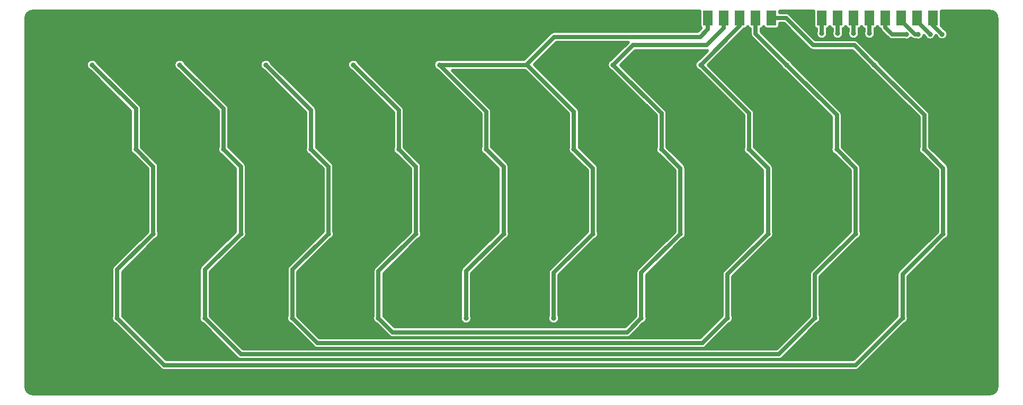
<source format=gbr>
G04 GENERATED BY PULSONIX 12.5 GERBER.DLL 9449*
G04 #@! TF.GenerationSoftware,Pulsonix,Pulsonix,12.5.9449*
G04 #@! TF.CreationDate,2024-10-25T19:42:57--1:00*
G04 #@! TF.Part,Single*
%FSLAX35Y35*%
%LPD*%
%MOMM*%
G04 #@! TF.FileFunction,Copper,L2,Bot*
G04 #@! TF.FilePolarity,Positive*
G04 #@! TA.AperFunction,OtherCopper,Copper*
%ADD10C,0.50000*%
G04 #@! TA.AperFunction,ViaPad*
%ADD12C,0.80000*%
G04 #@! TA.AperFunction,Conductor*
%ADD13C,0.63500*%
G04 #@! TA.AperFunction,ViaPad*
%ADD86C,0.70000*%
G04 #@! TA.AperFunction,SMDPad,CuDef*
%ADD110R,1.50000X2.40000*%
G04 #@! TD.AperFunction*
X0Y0D02*
D02*
D10*
X815800Y6650000D02*
Y750000D01*
G75*
G03*
X925000Y640800I109200J0D01*
G01*
X16225000D01*
G75*
G03*
X16334200Y750000I0J109200D01*
G01*
Y6650000D01*
G75*
G03*
X16225000Y6759200I-109200J0D01*
G01*
X15444000D01*
Y6530000D01*
G75*
G02*
X15443985Y6528699I-55000J-16D01*
G01*
X15491962Y6480722D01*
G75*
G02*
X15553000Y6392000I-33962J-88722D01*
G01*
G75*
G02*
X15369278Y6358038I-95000J0D01*
G01*
X15358602Y6368714D01*
G75*
G02*
X15177778Y6358038I-92102J23286D01*
G01*
X15167897Y6367919D01*
G75*
G02*
X15037277Y6305250I-91897J24081D01*
G01*
X15021471D01*
G75*
G02*
X14959783Y6330658I-346J86750D01*
G01*
X14959562Y6330879D01*
G75*
G02*
X14846777Y6303625I-74062J59496D01*
G01*
X14657971D01*
G75*
G02*
X14596283Y6329033I-346J86750D01*
G01*
X14490658Y6434658D01*
G75*
G02*
X14467633Y6475804I61342J61342D01*
G01*
G75*
G02*
X14425000Y6512084I9367J54196D01*
G01*
G75*
G02*
X14384750Y6476270I-52000J17916D01*
G01*
Y6444973D01*
G75*
G02*
X14393000Y6406250I-86750J-38723D01*
G01*
G75*
G02*
X14203000I-95000J0D01*
G01*
G75*
G02*
X14211250Y6444973I95000J0D01*
G01*
Y6476270D01*
G75*
G02*
X14171000Y6512084I11750J53730D01*
G01*
G75*
G02*
X14130750Y6476270I-52000J17916D01*
G01*
Y6444973D01*
G75*
G02*
X14139000Y6406250I-86750J-38723D01*
G01*
G75*
G02*
X13949000I-95000J0D01*
G01*
G75*
G02*
X13957250Y6444973I95000J0D01*
G01*
Y6476270D01*
G75*
G02*
X13917000Y6512084I11750J53730D01*
G01*
G75*
G02*
X13876750Y6476270I-52000J17916D01*
G01*
Y6444973D01*
G75*
G02*
X13885000Y6406250I-86750J-38723D01*
G01*
G75*
G02*
X13695000I-95000J0D01*
G01*
G75*
G02*
X13703250Y6444973I95000J0D01*
G01*
Y6476270D01*
G75*
G02*
X13663000Y6512084I11750J53730D01*
G01*
G75*
G02*
X13622750Y6476270I-52000J17916D01*
G01*
Y6444723D01*
G75*
G02*
X13631000Y6406000I-86750J-38723D01*
G01*
G75*
G02*
X13441000I-95000J0D01*
G01*
G75*
G02*
X13449250Y6444723I95000J0D01*
G01*
Y6476270D01*
G75*
G02*
X13406000Y6530000I11750J53730D01*
G01*
Y6759200D01*
X12863000D01*
Y6736750D01*
X12965404D01*
G75*
G02*
X13027092Y6711342I346J-86750D01*
G01*
X13435934Y6302500D01*
X14058904D01*
G75*
G02*
X14120592Y6277092I346J-86750D01*
G01*
X14408962Y5988722D01*
G75*
G02*
X14463722Y5933962I-33962J-88722D01*
G01*
X15236342Y5161342D01*
G75*
G02*
X15261750Y5099654I-61342J-61342D01*
G01*
Y4588723D01*
G75*
G02*
X15263722Y4583962I-86751J-38721D01*
G01*
X15536342Y4311342D01*
G75*
G02*
X15561750Y4249654I-61342J-61342D01*
G01*
Y3238723D01*
G75*
G02*
X15508962Y3111278I-86750J-38723D01*
G01*
X14911750Y2514066D01*
Y1888723D01*
G75*
G02*
X14858962Y1761278I-86750J-38723D01*
G01*
X14136342Y1038658D01*
G75*
G02*
X14074654Y1013250I-61342J61342D01*
G01*
X3025346D01*
G75*
G02*
X2963658Y1038658I-346J86750D01*
G01*
X2241038Y1761278D01*
G75*
G02*
X2188250Y1888723I33962J88722D01*
G01*
Y2624654D01*
G75*
G02*
X2213658Y2686342I86750J346D01*
G01*
X2761278Y3233962D01*
G75*
G02*
X2763250Y3238723I88723J-33960D01*
G01*
Y4239066D01*
X2541038Y4461278D01*
G75*
G02*
X2488250Y4588723I33962J88722D01*
G01*
Y5164066D01*
X1841038Y5811278D01*
G75*
G02*
X1780000Y5900000I33962J88722D01*
G01*
G75*
G02*
X1963722Y5933962I95000J0D01*
G01*
X2636342Y5261342D01*
G75*
G02*
X2661750Y5199654I-61342J-61342D01*
G01*
Y4588723D01*
G75*
G02*
X2663722Y4583962I-86751J-38721D01*
G01*
X2911342Y4336342D01*
G75*
G02*
X2936750Y4274654I-61342J-61342D01*
G01*
Y3238723D01*
G75*
G02*
X2883962Y3111278I-86750J-38723D01*
G01*
X2361750Y2589066D01*
Y1888723D01*
G75*
G02*
X2363722Y1883962I-86751J-38721D01*
G01*
X3060934Y1186750D01*
X14039066D01*
X14736278Y1883962D01*
G75*
G02*
X14738250Y1888723I88723J-33960D01*
G01*
Y2549654D01*
G75*
G02*
X14763658Y2611342I86750J346D01*
G01*
X15386278Y3233962D01*
G75*
G02*
X15388250Y3238723I88723J-33960D01*
G01*
Y4214066D01*
X15141038Y4461278D01*
G75*
G02*
X15088250Y4588723I33962J88722D01*
G01*
Y5064066D01*
X14341038Y5811278D01*
G75*
G02*
X14286278Y5866038I33962J88722D01*
G01*
X14023316Y6129000D01*
X13400346D01*
G75*
G02*
X13338658Y6154408I-346J86750D01*
G01*
X12929816Y6563250D01*
X12863000D01*
Y6530000D01*
G75*
G02*
X12808000Y6475000I-55000J0D01*
G01*
X12658000D01*
G75*
G02*
X12606000Y6512084I0J55000D01*
G01*
G75*
G02*
X12565750Y6476270I-52000J17916D01*
G01*
Y6431934D01*
X13008962Y5988722D01*
G75*
G02*
X13063722Y5933962I-33962J-88722D01*
G01*
X13836342Y5161342D01*
G75*
G02*
X13861750Y5099654I-61342J-61342D01*
G01*
Y4588723D01*
G75*
G02*
X13863722Y4583962I-86751J-38721D01*
G01*
X14136342Y4311342D01*
G75*
G02*
X14161750Y4249654I-61342J-61342D01*
G01*
Y3238723D01*
G75*
G02*
X14108962Y3111278I-86750J-38723D01*
G01*
X13511750Y2514066D01*
Y1888723D01*
G75*
G02*
X13458962Y1761278I-86750J-38723D01*
G01*
X12911342Y1213658D01*
G75*
G02*
X12849654Y1188250I-61342J61342D01*
G01*
X4250346D01*
G75*
G02*
X4188658Y1213658I-346J86750D01*
G01*
X3641038Y1761278D01*
G75*
G02*
X3588250Y1888723I33962J88722D01*
G01*
Y2624654D01*
G75*
G02*
X3613658Y2686342I86750J346D01*
G01*
X4161278Y3233962D01*
G75*
G02*
X4163250Y3238723I88723J-33960D01*
G01*
Y4239066D01*
X3941038Y4461278D01*
G75*
G02*
X3888250Y4588723I33962J88722D01*
G01*
Y5164066D01*
X3241038Y5811278D01*
G75*
G02*
X3180000Y5900000I33962J88722D01*
G01*
G75*
G02*
X3363722Y5933962I95000J0D01*
G01*
X4036342Y5261342D01*
G75*
G02*
X4061750Y5199654I-61342J-61342D01*
G01*
Y4588723D01*
G75*
G02*
X4063722Y4583962I-86751J-38721D01*
G01*
X4311342Y4336342D01*
G75*
G02*
X4336750Y4274654I-61342J-61342D01*
G01*
Y3238723D01*
G75*
G02*
X4283962Y3111278I-86750J-38723D01*
G01*
X3761750Y2589066D01*
Y1888723D01*
G75*
G02*
X3763722Y1883962I-86751J-38721D01*
G01*
X4285934Y1361750D01*
X12814066D01*
X13336278Y1883962D01*
G75*
G02*
X13338250Y1888723I88723J-33960D01*
G01*
Y2549654D01*
G75*
G02*
X13363658Y2611342I86750J346D01*
G01*
X13986278Y3233962D01*
G75*
G02*
X13988250Y3238723I88723J-33960D01*
G01*
Y4214066D01*
X13741038Y4461278D01*
G75*
G02*
X13688250Y4588723I33962J88722D01*
G01*
Y5064066D01*
X12941038Y5811278D01*
G75*
G02*
X12886278Y5866038I33962J88722D01*
G01*
X12417658Y6334658D01*
G75*
G02*
X12392250Y6396346I61342J61342D01*
G01*
Y6476270D01*
G75*
G02*
X12352000Y6512084I11750J53730D01*
G01*
G75*
G02*
X12300000Y6475000I-52000J17916D01*
G01*
X12295892D01*
G75*
G02*
X12286342Y6463658I-70892J50000D01*
G01*
X11722684Y5900000D01*
X12436342Y5186342D01*
G75*
G02*
X12461750Y5124654I-61342J-61342D01*
G01*
Y4588723D01*
G75*
G02*
X12463722Y4583962I-86751J-38721D01*
G01*
X12736342Y4311342D01*
G75*
G02*
X12761750Y4249654I-61342J-61342D01*
G01*
Y3238723D01*
G75*
G02*
X12708962Y3111278I-86750J-38723D01*
G01*
X12111750Y2514066D01*
Y1888723D01*
G75*
G02*
X12058962Y1761278I-86750J-38723D01*
G01*
X11686342Y1388658D01*
G75*
G02*
X11624654Y1363250I-61342J61342D01*
G01*
X5475346D01*
G75*
G02*
X5413658Y1388658I-346J86750D01*
G01*
X5041038Y1761278D01*
G75*
G02*
X4988250Y1888723I33962J88722D01*
G01*
Y2624654D01*
G75*
G02*
X5013658Y2686342I86750J346D01*
G01*
X5561278Y3233962D01*
G75*
G02*
X5563250Y3238723I88723J-33960D01*
G01*
Y4239066D01*
X5341038Y4461278D01*
G75*
G02*
X5288250Y4588723I33962J88722D01*
G01*
Y5139066D01*
X4616038Y5811278D01*
G75*
G02*
X4555000Y5900000I33962J88722D01*
G01*
G75*
G02*
X4738722Y5933962I95000J0D01*
G01*
X5436342Y5236342D01*
G75*
G02*
X5461750Y5174654I-61342J-61342D01*
G01*
Y4588723D01*
G75*
G02*
X5463722Y4583962I-86751J-38721D01*
G01*
X5711342Y4336342D01*
G75*
G02*
X5736750Y4274654I-61342J-61342D01*
G01*
Y3238723D01*
G75*
G02*
X5683962Y3111278I-86750J-38723D01*
G01*
X5161750Y2589066D01*
Y1888723D01*
G75*
G02*
X5163722Y1883962I-86751J-38721D01*
G01*
X5510934Y1536750D01*
X11589066D01*
X11936278Y1883962D01*
G75*
G02*
X11938250Y1888723I88723J-33960D01*
G01*
Y2549654D01*
G75*
G02*
X11963658Y2611342I86750J346D01*
G01*
X12586278Y3233962D01*
G75*
G02*
X12588250Y3238723I88723J-33960D01*
G01*
Y4214066D01*
X12341038Y4461278D01*
G75*
G02*
X12288250Y4588723I33962J88722D01*
G01*
Y5089066D01*
X11566038Y5811278D01*
G75*
G02*
Y5988722I33962J88722D01*
G01*
X11706564Y6129248D01*
G75*
G02*
X11699654Y6129000I-6564J86502D01*
G01*
X10551684D01*
X10322684Y5900000D01*
X11036342Y5186342D01*
G75*
G02*
X11061750Y5124654I-61342J-61342D01*
G01*
Y4588723D01*
G75*
G02*
X11063722Y4583962I-86751J-38721D01*
G01*
X11336342Y4311342D01*
G75*
G02*
X11361750Y4249654I-61342J-61342D01*
G01*
Y3238723D01*
G75*
G02*
X11308962Y3111278I-86750J-38723D01*
G01*
X10736750Y2539066D01*
Y1888723D01*
G75*
G02*
X10683962Y1761278I-86750J-38723D01*
G01*
X10486342Y1563658D01*
G75*
G02*
X10424654Y1538250I-61342J61342D01*
G01*
X6675346D01*
G75*
G02*
X6613658Y1563658I-346J86750D01*
G01*
X6416038Y1761278D01*
G75*
G02*
X6363250Y1888723I33962J88722D01*
G01*
Y2599654D01*
G75*
G02*
X6388658Y2661342I86750J346D01*
G01*
X6961278Y3233962D01*
G75*
G02*
X6963250Y3238723I88723J-33960D01*
G01*
Y4239066D01*
X6741038Y4461278D01*
G75*
G02*
X6688250Y4588723I33962J88722D01*
G01*
Y5139066D01*
X6016038Y5811278D01*
G75*
G02*
X5955000Y5900000I33962J88722D01*
G01*
G75*
G02*
X6138722Y5933962I95000J0D01*
G01*
X6836342Y5236342D01*
G75*
G02*
X6861750Y5174654I-61342J-61342D01*
G01*
Y4588723D01*
G75*
G02*
X6863722Y4583962I-86751J-38721D01*
G01*
X7111342Y4336342D01*
G75*
G02*
X7136750Y4274654I-61342J-61342D01*
G01*
Y3238723D01*
G75*
G02*
X7083962Y3111278I-86750J-38723D01*
G01*
X6536750Y2564066D01*
Y1888723D01*
G75*
G02*
X6538722Y1883962I-86751J-38721D01*
G01*
X6710934Y1711750D01*
X10389066D01*
X10561278Y1883962D01*
G75*
G02*
X10563250Y1888723I88723J-33960D01*
G01*
Y2574654D01*
G75*
G02*
X10588658Y2636342I86750J346D01*
G01*
X11186278Y3233962D01*
G75*
G02*
X11188250Y3238723I88723J-33960D01*
G01*
Y4214066D01*
X10941038Y4461278D01*
G75*
G02*
X10888250Y4588723I33962J88722D01*
G01*
Y5089066D01*
X10166038Y5811278D01*
G75*
G02*
Y5988722I33962J88722D01*
G01*
X10440566Y6263250D01*
X9296434D01*
X8940434Y5907250D01*
X9636342Y5211342D01*
G75*
G02*
X9661750Y5149654I-61342J-61342D01*
G01*
Y4588723D01*
G75*
G02*
X9663722Y4583962I-86751J-38721D01*
G01*
X9936342Y4311342D01*
G75*
G02*
X9961750Y4249654I-61342J-61342D01*
G01*
Y3238723D01*
G75*
G02*
X9908962Y3111278I-86750J-38723D01*
G01*
X9336750Y2539066D01*
Y1888723D01*
G75*
G02*
X9345000Y1850000I-86750J-38723D01*
G01*
G75*
G02*
X9155000I-95000J0D01*
G01*
G75*
G02*
X9163250Y1888723I95000J0D01*
G01*
Y2574654D01*
G75*
G02*
X9188658Y2636342I86750J346D01*
G01*
X9786278Y3233962D01*
G75*
G02*
X9788250Y3238723I88723J-33960D01*
G01*
Y4214066D01*
X9541038Y4461278D01*
G75*
G02*
X9488250Y4588723I33962J88722D01*
G01*
Y5114066D01*
X8791038Y5811278D01*
G75*
G02*
X8786277Y5813250I33960J88723D01*
G01*
X7634434D01*
X8236342Y5211342D01*
G75*
G02*
X8261750Y5149654I-61342J-61342D01*
G01*
Y4588723D01*
G75*
G02*
X8263722Y4583962I-86751J-38721D01*
G01*
X8511342Y4336342D01*
G75*
G02*
X8536750Y4274654I-61342J-61342D01*
G01*
Y3238723D01*
G75*
G02*
X8483962Y3111278I-86750J-38723D01*
G01*
X7936750Y2564066D01*
Y1888723D01*
G75*
G02*
X7945000Y1850000I-86750J-38723D01*
G01*
G75*
G02*
X7755000I-95000J0D01*
G01*
G75*
G02*
X7763250Y1888723I95000J0D01*
G01*
Y2599654D01*
G75*
G02*
X7788658Y2661342I86750J346D01*
G01*
X8361278Y3233962D01*
G75*
G02*
X8363250Y3238723I88723J-33960D01*
G01*
Y4239066D01*
X8141038Y4461278D01*
G75*
G02*
X8088250Y4588723I33962J88722D01*
G01*
Y5114066D01*
X7391038Y5811278D01*
G75*
G02*
X7330000Y5900000I33962J88722D01*
G01*
G75*
G02*
X7463723Y5986750I95000J0D01*
G01*
X8774566D01*
X9199158Y6411342D01*
G75*
G02*
X9260846Y6436750I61342J-61342D01*
G01*
X11556066D01*
X11606940Y6487624D01*
G75*
G02*
X11587000Y6530000I35060J42377D01*
G01*
Y6759200D01*
X925000D01*
G75*
G03*
X815800Y6650000I0J-109200D01*
G01*
G36*
X815800Y6650000D02*
Y750000D01*
G75*
G03*
X925000Y640800I109200J0D01*
G01*
X16225000D01*
G75*
G03*
X16334200Y750000I0J109200D01*
G01*
Y6650000D01*
G75*
G03*
X16225000Y6759200I-109200J0D01*
G01*
X15444000D01*
Y6530000D01*
G75*
G02*
X15443985Y6528699I-55000J-16D01*
G01*
X15491962Y6480722D01*
G75*
G02*
X15553000Y6392000I-33962J-88722D01*
G01*
G75*
G02*
X15369278Y6358038I-95000J0D01*
G01*
X15358602Y6368714D01*
G75*
G02*
X15177778Y6358038I-92102J23286D01*
G01*
X15167897Y6367919D01*
G75*
G02*
X15037277Y6305250I-91897J24081D01*
G01*
X15021471D01*
G75*
G02*
X14959783Y6330658I-346J86750D01*
G01*
X14959562Y6330879D01*
G75*
G02*
X14846777Y6303625I-74062J59496D01*
G01*
X14657971D01*
G75*
G02*
X14596283Y6329033I-346J86750D01*
G01*
X14490658Y6434658D01*
G75*
G02*
X14467633Y6475804I61342J61342D01*
G01*
G75*
G02*
X14425000Y6512084I9367J54196D01*
G01*
G75*
G02*
X14384750Y6476270I-52000J17916D01*
G01*
Y6444973D01*
G75*
G02*
X14393000Y6406250I-86750J-38723D01*
G01*
G75*
G02*
X14203000I-95000J0D01*
G01*
G75*
G02*
X14211250Y6444973I95000J0D01*
G01*
Y6476270D01*
G75*
G02*
X14171000Y6512084I11750J53730D01*
G01*
G75*
G02*
X14130750Y6476270I-52000J17916D01*
G01*
Y6444973D01*
G75*
G02*
X14139000Y6406250I-86750J-38723D01*
G01*
G75*
G02*
X13949000I-95000J0D01*
G01*
G75*
G02*
X13957250Y6444973I95000J0D01*
G01*
Y6476270D01*
G75*
G02*
X13917000Y6512084I11750J53730D01*
G01*
G75*
G02*
X13876750Y6476270I-52000J17916D01*
G01*
Y6444973D01*
G75*
G02*
X13885000Y6406250I-86750J-38723D01*
G01*
G75*
G02*
X13695000I-95000J0D01*
G01*
G75*
G02*
X13703250Y6444973I95000J0D01*
G01*
Y6476270D01*
G75*
G02*
X13663000Y6512084I11750J53730D01*
G01*
G75*
G02*
X13622750Y6476270I-52000J17916D01*
G01*
Y6444723D01*
G75*
G02*
X13631000Y6406000I-86750J-38723D01*
G01*
G75*
G02*
X13441000I-95000J0D01*
G01*
G75*
G02*
X13449250Y6444723I95000J0D01*
G01*
Y6476270D01*
G75*
G02*
X13406000Y6530000I11750J53730D01*
G01*
Y6759200D01*
X12863000D01*
Y6736750D01*
X12965404D01*
G75*
G02*
X13027092Y6711342I346J-86750D01*
G01*
X13435934Y6302500D01*
X14058904D01*
G75*
G02*
X14120592Y6277092I346J-86750D01*
G01*
X14408962Y5988722D01*
G75*
G02*
X14463722Y5933962I-33962J-88722D01*
G01*
X15236342Y5161342D01*
G75*
G02*
X15261750Y5099654I-61342J-61342D01*
G01*
Y4588723D01*
G75*
G02*
X15263722Y4583962I-86751J-38721D01*
G01*
X15536342Y4311342D01*
G75*
G02*
X15561750Y4249654I-61342J-61342D01*
G01*
Y3238723D01*
G75*
G02*
X15508962Y3111278I-86750J-38723D01*
G01*
X14911750Y2514066D01*
Y1888723D01*
G75*
G02*
X14858962Y1761278I-86750J-38723D01*
G01*
X14136342Y1038658D01*
G75*
G02*
X14074654Y1013250I-61342J61342D01*
G01*
X3025346D01*
G75*
G02*
X2963658Y1038658I-346J86750D01*
G01*
X2241038Y1761278D01*
G75*
G02*
X2188250Y1888723I33962J88722D01*
G01*
Y2624654D01*
G75*
G02*
X2213658Y2686342I86750J346D01*
G01*
X2761278Y3233962D01*
G75*
G02*
X2763250Y3238723I88723J-33960D01*
G01*
Y4239066D01*
X2541038Y4461278D01*
G75*
G02*
X2488250Y4588723I33962J88722D01*
G01*
Y5164066D01*
X1841038Y5811278D01*
G75*
G02*
X1780000Y5900000I33962J88722D01*
G01*
G75*
G02*
X1963722Y5933962I95000J0D01*
G01*
X2636342Y5261342D01*
G75*
G02*
X2661750Y5199654I-61342J-61342D01*
G01*
Y4588723D01*
G75*
G02*
X2663722Y4583962I-86751J-38721D01*
G01*
X2911342Y4336342D01*
G75*
G02*
X2936750Y4274654I-61342J-61342D01*
G01*
Y3238723D01*
G75*
G02*
X2883962Y3111278I-86750J-38723D01*
G01*
X2361750Y2589066D01*
Y1888723D01*
G75*
G02*
X2363722Y1883962I-86751J-38721D01*
G01*
X3060934Y1186750D01*
X14039066D01*
X14736278Y1883962D01*
G75*
G02*
X14738250Y1888723I88723J-33960D01*
G01*
Y2549654D01*
G75*
G02*
X14763658Y2611342I86750J346D01*
G01*
X15386278Y3233962D01*
G75*
G02*
X15388250Y3238723I88723J-33960D01*
G01*
Y4214066D01*
X15141038Y4461278D01*
G75*
G02*
X15088250Y4588723I33962J88722D01*
G01*
Y5064066D01*
X14341038Y5811278D01*
G75*
G02*
X14286278Y5866038I33962J88722D01*
G01*
X14023316Y6129000D01*
X13400346D01*
G75*
G02*
X13338658Y6154408I-346J86750D01*
G01*
X12929816Y6563250D01*
X12863000D01*
Y6530000D01*
G75*
G02*
X12808000Y6475000I-55000J0D01*
G01*
X12658000D01*
G75*
G02*
X12606000Y6512084I0J55000D01*
G01*
G75*
G02*
X12565750Y6476270I-52000J17916D01*
G01*
Y6431934D01*
X13008962Y5988722D01*
G75*
G02*
X13063722Y5933962I-33962J-88722D01*
G01*
X13836342Y5161342D01*
G75*
G02*
X13861750Y5099654I-61342J-61342D01*
G01*
Y4588723D01*
G75*
G02*
X13863722Y4583962I-86751J-38721D01*
G01*
X14136342Y4311342D01*
G75*
G02*
X14161750Y4249654I-61342J-61342D01*
G01*
Y3238723D01*
G75*
G02*
X14108962Y3111278I-86750J-38723D01*
G01*
X13511750Y2514066D01*
Y1888723D01*
G75*
G02*
X13458962Y1761278I-86750J-38723D01*
G01*
X12911342Y1213658D01*
G75*
G02*
X12849654Y1188250I-61342J61342D01*
G01*
X4250346D01*
G75*
G02*
X4188658Y1213658I-346J86750D01*
G01*
X3641038Y1761278D01*
G75*
G02*
X3588250Y1888723I33962J88722D01*
G01*
Y2624654D01*
G75*
G02*
X3613658Y2686342I86750J346D01*
G01*
X4161278Y3233962D01*
G75*
G02*
X4163250Y3238723I88723J-33960D01*
G01*
Y4239066D01*
X3941038Y4461278D01*
G75*
G02*
X3888250Y4588723I33962J88722D01*
G01*
Y5164066D01*
X3241038Y5811278D01*
G75*
G02*
X3180000Y5900000I33962J88722D01*
G01*
G75*
G02*
X3363722Y5933962I95000J0D01*
G01*
X4036342Y5261342D01*
G75*
G02*
X4061750Y5199654I-61342J-61342D01*
G01*
Y4588723D01*
G75*
G02*
X4063722Y4583962I-86751J-38721D01*
G01*
X4311342Y4336342D01*
G75*
G02*
X4336750Y4274654I-61342J-61342D01*
G01*
Y3238723D01*
G75*
G02*
X4283962Y3111278I-86750J-38723D01*
G01*
X3761750Y2589066D01*
Y1888723D01*
G75*
G02*
X3763722Y1883962I-86751J-38721D01*
G01*
X4285934Y1361750D01*
X12814066D01*
X13336278Y1883962D01*
G75*
G02*
X13338250Y1888723I88723J-33960D01*
G01*
Y2549654D01*
G75*
G02*
X13363658Y2611342I86750J346D01*
G01*
X13986278Y3233962D01*
G75*
G02*
X13988250Y3238723I88723J-33960D01*
G01*
Y4214066D01*
X13741038Y4461278D01*
G75*
G02*
X13688250Y4588723I33962J88722D01*
G01*
Y5064066D01*
X12941038Y5811278D01*
G75*
G02*
X12886278Y5866038I33962J88722D01*
G01*
X12417658Y6334658D01*
G75*
G02*
X12392250Y6396346I61342J61342D01*
G01*
Y6476270D01*
G75*
G02*
X12352000Y6512084I11750J53730D01*
G01*
G75*
G02*
X12300000Y6475000I-52000J17916D01*
G01*
X12295892D01*
G75*
G02*
X12286342Y6463658I-70892J50000D01*
G01*
X11722684Y5900000D01*
X12436342Y5186342D01*
G75*
G02*
X12461750Y5124654I-61342J-61342D01*
G01*
Y4588723D01*
G75*
G02*
X12463722Y4583962I-86751J-38721D01*
G01*
X12736342Y4311342D01*
G75*
G02*
X12761750Y4249654I-61342J-61342D01*
G01*
Y3238723D01*
G75*
G02*
X12708962Y3111278I-86750J-38723D01*
G01*
X12111750Y2514066D01*
Y1888723D01*
G75*
G02*
X12058962Y1761278I-86750J-38723D01*
G01*
X11686342Y1388658D01*
G75*
G02*
X11624654Y1363250I-61342J61342D01*
G01*
X5475346D01*
G75*
G02*
X5413658Y1388658I-346J86750D01*
G01*
X5041038Y1761278D01*
G75*
G02*
X4988250Y1888723I33962J88722D01*
G01*
Y2624654D01*
G75*
G02*
X5013658Y2686342I86750J346D01*
G01*
X5561278Y3233962D01*
G75*
G02*
X5563250Y3238723I88723J-33960D01*
G01*
Y4239066D01*
X5341038Y4461278D01*
G75*
G02*
X5288250Y4588723I33962J88722D01*
G01*
Y5139066D01*
X4616038Y5811278D01*
G75*
G02*
X4555000Y5900000I33962J88722D01*
G01*
G75*
G02*
X4738722Y5933962I95000J0D01*
G01*
X5436342Y5236342D01*
G75*
G02*
X5461750Y5174654I-61342J-61342D01*
G01*
Y4588723D01*
G75*
G02*
X5463722Y4583962I-86751J-38721D01*
G01*
X5711342Y4336342D01*
G75*
G02*
X5736750Y4274654I-61342J-61342D01*
G01*
Y3238723D01*
G75*
G02*
X5683962Y3111278I-86750J-38723D01*
G01*
X5161750Y2589066D01*
Y1888723D01*
G75*
G02*
X5163722Y1883962I-86751J-38721D01*
G01*
X5510934Y1536750D01*
X11589066D01*
X11936278Y1883962D01*
G75*
G02*
X11938250Y1888723I88723J-33960D01*
G01*
Y2549654D01*
G75*
G02*
X11963658Y2611342I86750J346D01*
G01*
X12586278Y3233962D01*
G75*
G02*
X12588250Y3238723I88723J-33960D01*
G01*
Y4214066D01*
X12341038Y4461278D01*
G75*
G02*
X12288250Y4588723I33962J88722D01*
G01*
Y5089066D01*
X11566038Y5811278D01*
G75*
G02*
Y5988722I33962J88722D01*
G01*
X11706564Y6129248D01*
G75*
G02*
X11699654Y6129000I-6564J86502D01*
G01*
X10551684D01*
X10322684Y5900000D01*
X11036342Y5186342D01*
G75*
G02*
X11061750Y5124654I-61342J-61342D01*
G01*
Y4588723D01*
G75*
G02*
X11063722Y4583962I-86751J-38721D01*
G01*
X11336342Y4311342D01*
G75*
G02*
X11361750Y4249654I-61342J-61342D01*
G01*
Y3238723D01*
G75*
G02*
X11308962Y3111278I-86750J-38723D01*
G01*
X10736750Y2539066D01*
Y1888723D01*
G75*
G02*
X10683962Y1761278I-86750J-38723D01*
G01*
X10486342Y1563658D01*
G75*
G02*
X10424654Y1538250I-61342J61342D01*
G01*
X6675346D01*
G75*
G02*
X6613658Y1563658I-346J86750D01*
G01*
X6416038Y1761278D01*
G75*
G02*
X6363250Y1888723I33962J88722D01*
G01*
Y2599654D01*
G75*
G02*
X6388658Y2661342I86750J346D01*
G01*
X6961278Y3233962D01*
G75*
G02*
X6963250Y3238723I88723J-33960D01*
G01*
Y4239066D01*
X6741038Y4461278D01*
G75*
G02*
X6688250Y4588723I33962J88722D01*
G01*
Y5139066D01*
X6016038Y5811278D01*
G75*
G02*
X5955000Y5900000I33962J88722D01*
G01*
G75*
G02*
X6138722Y5933962I95000J0D01*
G01*
X6836342Y5236342D01*
G75*
G02*
X6861750Y5174654I-61342J-61342D01*
G01*
Y4588723D01*
G75*
G02*
X6863722Y4583962I-86751J-38721D01*
G01*
X7111342Y4336342D01*
G75*
G02*
X7136750Y4274654I-61342J-61342D01*
G01*
Y3238723D01*
G75*
G02*
X7083962Y3111278I-86750J-38723D01*
G01*
X6536750Y2564066D01*
Y1888723D01*
G75*
G02*
X6538722Y1883962I-86751J-38721D01*
G01*
X6710934Y1711750D01*
X10389066D01*
X10561278Y1883962D01*
G75*
G02*
X10563250Y1888723I88723J-33960D01*
G01*
Y2574654D01*
G75*
G02*
X10588658Y2636342I86750J346D01*
G01*
X11186278Y3233962D01*
G75*
G02*
X11188250Y3238723I88723J-33960D01*
G01*
Y4214066D01*
X10941038Y4461278D01*
G75*
G02*
X10888250Y4588723I33962J88722D01*
G01*
Y5089066D01*
X10166038Y5811278D01*
G75*
G02*
Y5988722I33962J88722D01*
G01*
X10440566Y6263250D01*
X9296434D01*
X8940434Y5907250D01*
X9636342Y5211342D01*
G75*
G02*
X9661750Y5149654I-61342J-61342D01*
G01*
Y4588723D01*
G75*
G02*
X9663722Y4583962I-86751J-38721D01*
G01*
X9936342Y4311342D01*
G75*
G02*
X9961750Y4249654I-61342J-61342D01*
G01*
Y3238723D01*
G75*
G02*
X9908962Y3111278I-86750J-38723D01*
G01*
X9336750Y2539066D01*
Y1888723D01*
G75*
G02*
X9345000Y1850000I-86750J-38723D01*
G01*
G75*
G02*
X9155000I-95000J0D01*
G01*
G75*
G02*
X9163250Y1888723I95000J0D01*
G01*
Y2574654D01*
G75*
G02*
X9188658Y2636342I86750J346D01*
G01*
X9786278Y3233962D01*
G75*
G02*
X9788250Y3238723I88723J-33960D01*
G01*
Y4214066D01*
X9541038Y4461278D01*
G75*
G02*
X9488250Y4588723I33962J88722D01*
G01*
Y5114066D01*
X8791038Y5811278D01*
G75*
G02*
X8786277Y5813250I33960J88723D01*
G01*
X7634434D01*
X8236342Y5211342D01*
G75*
G02*
X8261750Y5149654I-61342J-61342D01*
G01*
Y4588723D01*
G75*
G02*
X8263722Y4583962I-86751J-38721D01*
G01*
X8511342Y4336342D01*
G75*
G02*
X8536750Y4274654I-61342J-61342D01*
G01*
Y3238723D01*
G75*
G02*
X8483962Y3111278I-86750J-38723D01*
G01*
X7936750Y2564066D01*
Y1888723D01*
G75*
G02*
X7945000Y1850000I-86750J-38723D01*
G01*
G75*
G02*
X7755000I-95000J0D01*
G01*
G75*
G02*
X7763250Y1888723I95000J0D01*
G01*
Y2599654D01*
G75*
G02*
X7788658Y2661342I86750J346D01*
G01*
X8361278Y3233962D01*
G75*
G02*
X8363250Y3238723I88723J-33960D01*
G01*
Y4239066D01*
X8141038Y4461278D01*
G75*
G02*
X8088250Y4588723I33962J88722D01*
G01*
Y5114066D01*
X7391038Y5811278D01*
G75*
G02*
X7330000Y5900000I33962J88722D01*
G01*
G75*
G02*
X7463723Y5986750I95000J0D01*
G01*
X8774566D01*
X9199158Y6411342D01*
G75*
G02*
X9260846Y6436750I61342J-61342D01*
G01*
X11556066D01*
X11606940Y6487624D01*
G75*
G02*
X11587000Y6530000I35060J42377D01*
G01*
Y6759200D01*
X925000D01*
G75*
G03*
X815800Y6650000I0J-109200D01*
G01*
G37*
D02*
D12*
X1875000Y5900000D03*
X2275000Y1850000D03*
X2575000Y4550000D03*
X2850000Y3200000D03*
X3275000Y5900000D03*
X3675000Y1850000D03*
X3975000Y4550000D03*
X4250000Y3200000D03*
X4650000Y5900000D03*
X5075000Y1850000D03*
X5375000Y4550000D03*
X5650000Y3200000D03*
X6050000Y5900000D03*
X6450000Y1850000D03*
X6775000Y4550000D03*
X7050000Y3200000D03*
X7425000Y5900000D03*
X7850000Y1850000D03*
X8175000Y4550000D03*
X8450000Y3200000D03*
X8825000Y5900000D03*
X9250000Y1850000D03*
X9575000Y4550000D03*
X9875000Y3200000D03*
X10200000Y5900000D03*
X10650000Y1850000D03*
X10975000Y4550000D03*
X11275000Y3200000D03*
X11600000Y5900000D03*
X12025000Y1850000D03*
X12375000Y4550000D03*
X12675000Y3200000D03*
X12975000Y5900000D03*
X13425000Y1850000D03*
X13536000Y6406000D03*
X13775000Y4550000D03*
X13790000Y6406250D03*
X14044000D03*
X14075000Y3200000D03*
X14298000Y6406250D03*
X14375000Y5900000D03*
X14825000Y1850000D03*
X14885500Y6390375D03*
X15076000Y6392000D03*
X15175000Y4550000D03*
X15266500Y6392000D03*
X15458000D03*
X15475000Y3200000D03*
D02*
D13*
X2275000Y1850000D02*
Y2625000D01*
X2850000Y3200000D01*
X2575000Y4550000D02*
Y5200000D01*
X1875000Y5900000D01*
X2850000Y3200000D02*
Y4275000D01*
X2575000Y4550000D01*
X3675000Y1850000D02*
Y2625000D01*
X4250000Y3200000D01*
X3975000Y4550000D02*
Y5200000D01*
X3275000Y5900000D01*
X4250000Y3200000D02*
Y4275000D01*
X3975000Y4550000D01*
X5075000Y1850000D02*
Y2625000D01*
X5650000Y3200000D01*
X5375000Y4550000D02*
Y5175000D01*
X4650000Y5900000D01*
X5650000Y3200000D02*
Y4275000D01*
X5375000Y4550000D01*
X6450000Y1850000D02*
Y2600000D01*
X7050000Y3200000D01*
X6775000Y4550000D02*
Y5175000D01*
X6050000Y5900000D01*
X7050000Y3200000D02*
Y4275000D01*
X6775000Y4550000D01*
X8175000D02*
Y5150000D01*
X7425000Y5900000D01*
X8450000Y3200000D02*
Y4275000D01*
X8175000Y4550000D01*
X8450000Y3200000D02*
X7850000Y2600000D01*
Y1850000D01*
X8825000Y5900000D02*
X7425000D01*
X8825000D02*
Y5914500D01*
X9260500Y6350000D01*
X11592000D01*
X11717000Y6475000D01*
Y6650000D01*
X9575000Y4550000D02*
Y5150000D01*
X8825000Y5900000D01*
X9875000Y3200000D02*
X9250000Y2575000D01*
Y1850000D01*
X9875000Y3200000D02*
Y4250000D01*
X9575000Y4550000D01*
X10200000Y5900000D02*
X10515750Y6215750D01*
X11700000D01*
X11971000Y6486750D01*
Y6650000D01*
X10650000Y1850000D02*
X10425000Y1625000D01*
X6675000D01*
X6450000Y1850000D01*
X10650000D02*
Y2575000D01*
X11275000Y3200000D01*
X10975000Y4550000D02*
Y5125000D01*
X10200000Y5900000D01*
X11275000Y3200000D02*
Y4250000D01*
X10975000Y4550000D01*
X11600000Y5900000D02*
X12225000Y6525000D01*
Y6650000D01*
X12025000Y1850000D02*
X11625000Y1450000D01*
X5475000D01*
X5075000Y1850000D01*
X12025000D02*
Y2550000D01*
X12675000Y3200000D01*
X12375000Y4550000D02*
Y5125000D01*
X11600000Y5900000D01*
X12675000Y3200000D02*
Y4250000D01*
X12375000Y4550000D01*
X12975000Y5900000D02*
X13775000Y5100000D01*
Y4550000D01*
X12975000Y5900000D02*
X12479000Y6396000D01*
Y6650000D01*
X13425000Y1850000D02*
X12850000Y1275000D01*
X4250000D01*
X3675000Y1850000D01*
X13425000D02*
Y2550000D01*
X14075000Y3200000D01*
X13536000Y6406000D02*
Y6650000D01*
X13790000Y6406250D02*
Y6650000D01*
X14044000D02*
Y6406250D01*
X14075000Y3200000D02*
Y4250000D01*
X13775000Y4550000D01*
X14298000Y6406250D02*
Y6650000D01*
X14375000Y5900000D02*
X14059250Y6215750D01*
X13400000D01*
X12965750Y6650000D01*
X12733000D01*
X14552000D02*
Y6496000D01*
X14657625Y6390375D01*
X14885500D01*
X14806000Y6650000D02*
Y6607125D01*
X15021125Y6392000D01*
X15076000D01*
X14825000Y1850000D02*
X14075000Y1100000D01*
X3025000D01*
X2275000Y1850000D01*
X14825000D02*
Y2550000D01*
X15475000Y3200000D01*
X15060000Y6650000D02*
Y6598500D01*
X15266500Y6392000D01*
X15175000Y4550000D02*
Y5100000D01*
X14375000Y5900000D01*
X15314000Y6650000D02*
Y6536000D01*
X15458000Y6392000D01*
X15475000Y3200000D02*
Y4250000D01*
X15175000Y4550000D01*
D02*
D86*
X825800Y1109228D03*
Y1579228D03*
Y2049228D03*
Y2519228D03*
Y2989228D03*
Y3459228D03*
Y3929228D03*
Y4399228D03*
Y4869228D03*
Y5339228D03*
Y5809228D03*
Y6279228D03*
X1285212Y650800D03*
X1300907Y6749200D03*
X1755212Y650800D03*
X1770907Y6749200D03*
X2225212Y650800D03*
X2240907Y6749200D03*
X2695212Y650800D03*
X2710907Y6749200D03*
X3165212Y650800D03*
X3180907Y6749200D03*
X3635212Y650800D03*
X3650907Y6749200D03*
X4105212Y650800D03*
X4120907Y6749200D03*
X4575212Y650800D03*
X4590907Y6749200D03*
X5045212Y650800D03*
X5060907Y6749200D03*
X5515212Y650800D03*
X5530907Y6749200D03*
X5985212Y650800D03*
X6000907Y6749200D03*
X6455212Y650800D03*
X6470907Y6749200D03*
X6925212Y650800D03*
X6940907Y6749200D03*
X7395212Y650800D03*
X7410907Y6749200D03*
X7865212Y650800D03*
X7880907Y6749200D03*
X8335212Y650800D03*
X8350907Y6749200D03*
X8805212Y650800D03*
X8820907Y6749200D03*
X9275212Y650800D03*
X9290907Y6749200D03*
X9745212Y650800D03*
X9760907Y6749200D03*
X10215212Y650800D03*
X10230907Y6749200D03*
X10685212Y650800D03*
X10700907Y6749200D03*
X11155212Y650800D03*
X11170907Y6749200D03*
X11625212Y650800D03*
X12095212D03*
X12565212D03*
X13035212D03*
X13505212D03*
X13975212D03*
X14445212D03*
X14915212D03*
X15385212D03*
X15855212D03*
X15870907Y6749200D03*
X16324200Y985000D03*
Y1455000D03*
Y1925000D03*
Y2395000D03*
Y2865000D03*
Y3335000D03*
Y3805000D03*
Y4275000D03*
Y4745000D03*
Y5215000D03*
Y5685000D03*
Y6155000D03*
Y6625000D03*
D02*
D110*
X11717000Y6650000D03*
X11971000D03*
X12225000D03*
X12479000D03*
X12733000D03*
X13536000D03*
X13790000D03*
X14044000D03*
X14298000D03*
X14552000D03*
X14806000D03*
X15060000D03*
X15314000D03*
X0Y0D02*
M02*

</source>
